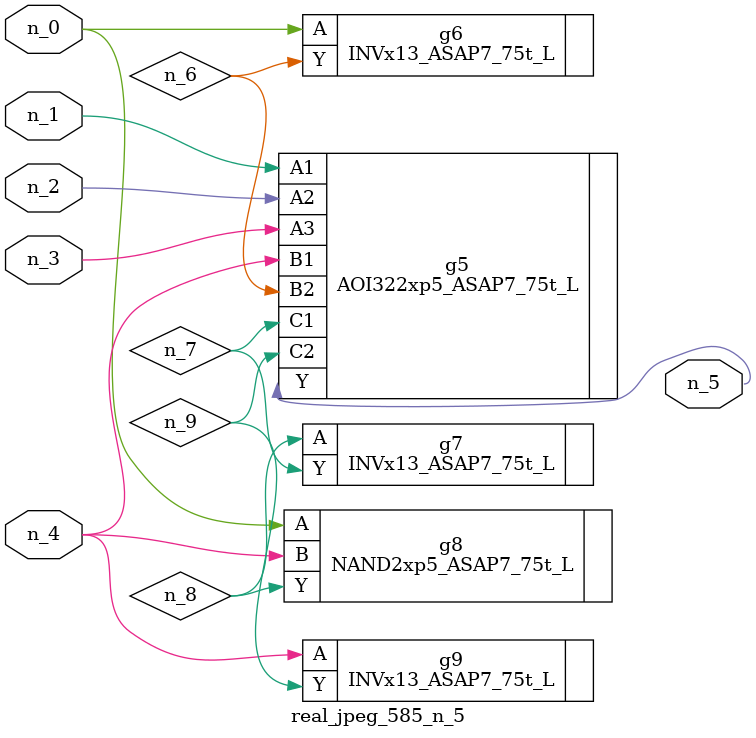
<source format=v>
module real_jpeg_585_n_5 (n_4, n_0, n_1, n_2, n_3, n_5);

input n_4;
input n_0;
input n_1;
input n_2;
input n_3;

output n_5;

wire n_8;
wire n_6;
wire n_7;
wire n_9;

INVx13_ASAP7_75t_L g6 ( 
.A(n_0),
.Y(n_6)
);

NAND2xp5_ASAP7_75t_L g8 ( 
.A(n_0),
.B(n_4),
.Y(n_8)
);

AOI322xp5_ASAP7_75t_L g5 ( 
.A1(n_1),
.A2(n_2),
.A3(n_3),
.B1(n_4),
.B2(n_6),
.C1(n_7),
.C2(n_9),
.Y(n_5)
);

INVx13_ASAP7_75t_L g9 ( 
.A(n_4),
.Y(n_9)
);

INVx13_ASAP7_75t_L g7 ( 
.A(n_8),
.Y(n_7)
);


endmodule
</source>
